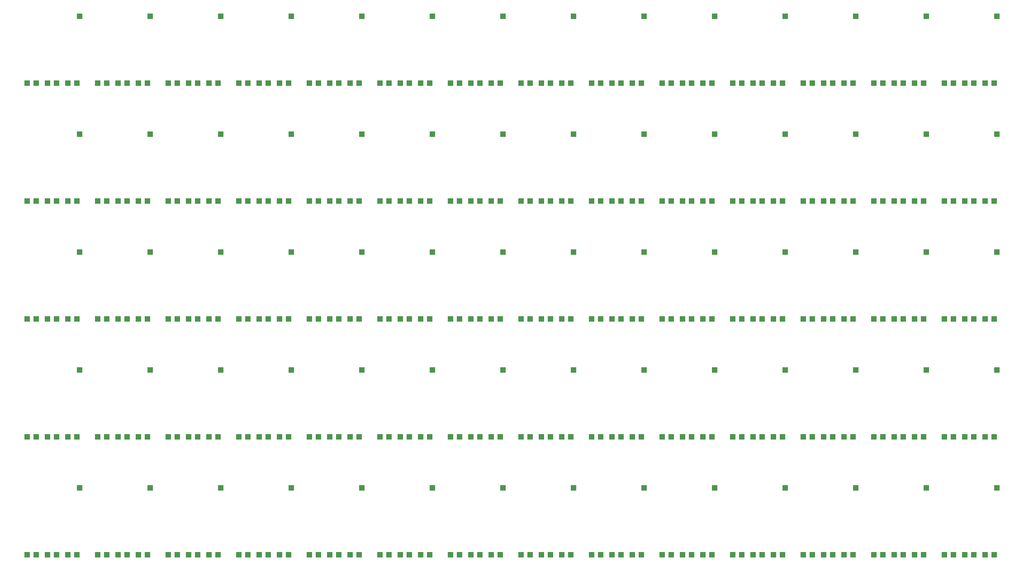
<source format=gtp>
G04 EAGLE Gerber RS-274X export*
G75*
%MOMM*%
%FSLAX34Y34*%
%LPD*%
%INSolderpaste Top*%
%IPPOS*%
%AMOC8*
5,1,8,0,0,1.08239X$1,22.5*%
G01*
%ADD10R,1.079500X1.079500*%
%ADD11R,1.100000X1.000000*%


D10*
X114618Y158433D03*
X246698Y158433D03*
X378778Y158433D03*
X510858Y158433D03*
X642938Y158433D03*
X775018Y158433D03*
X907098Y158433D03*
X1039178Y158433D03*
X1171258Y158433D03*
X1303338Y158433D03*
X1435418Y158433D03*
X1567498Y158433D03*
X1699578Y158433D03*
X1831658Y158433D03*
X114618Y379413D03*
X246698Y379413D03*
X378778Y379413D03*
X510858Y379413D03*
X642938Y379413D03*
X775018Y379413D03*
X907098Y379413D03*
X1039178Y379413D03*
X1171258Y379413D03*
X1303338Y379413D03*
X1435418Y379413D03*
X1567498Y379413D03*
X1699578Y379413D03*
X1831658Y379413D03*
X114618Y600393D03*
X246698Y600393D03*
X378778Y600393D03*
X510858Y600393D03*
X642938Y600393D03*
X775018Y600393D03*
X907098Y600393D03*
X1039178Y600393D03*
X1171258Y600393D03*
X1303338Y600393D03*
X1435418Y600393D03*
X1567498Y600393D03*
X1699578Y600393D03*
X1831658Y600393D03*
X114618Y821373D03*
X246698Y821373D03*
X378778Y821373D03*
X510858Y821373D03*
X642938Y821373D03*
X775018Y821373D03*
X907098Y821373D03*
X1039178Y821373D03*
X1171258Y821373D03*
X1303338Y821373D03*
X1435418Y821373D03*
X1567498Y821373D03*
X1699578Y821373D03*
X1831658Y821373D03*
X114618Y1042353D03*
X246698Y1042353D03*
X378778Y1042353D03*
X510858Y1042353D03*
X642938Y1042353D03*
X775018Y1042353D03*
X907098Y1042353D03*
X1039178Y1042353D03*
X1171258Y1042353D03*
X1303338Y1042353D03*
X1435418Y1042353D03*
X1567498Y1042353D03*
X1699578Y1042353D03*
X1831658Y1042353D03*
D11*
X16900Y33020D03*
X33900Y33020D03*
X110100Y33020D03*
X93100Y33020D03*
X72000Y33020D03*
X55000Y33020D03*
X148980Y33020D03*
X165980Y33020D03*
X242180Y33020D03*
X225180Y33020D03*
X204080Y33020D03*
X187080Y33020D03*
X281060Y33020D03*
X298060Y33020D03*
X374260Y33020D03*
X357260Y33020D03*
X336160Y33020D03*
X319160Y33020D03*
X413140Y33020D03*
X430140Y33020D03*
X506340Y33020D03*
X489340Y33020D03*
X468240Y33020D03*
X451240Y33020D03*
X545220Y33020D03*
X562220Y33020D03*
X638420Y33020D03*
X621420Y33020D03*
X600320Y33020D03*
X583320Y33020D03*
X677300Y33020D03*
X694300Y33020D03*
X770500Y33020D03*
X753500Y33020D03*
X732400Y33020D03*
X715400Y33020D03*
X809380Y33020D03*
X826380Y33020D03*
X902580Y33020D03*
X885580Y33020D03*
X864480Y33020D03*
X847480Y33020D03*
X941460Y33020D03*
X958460Y33020D03*
X1034660Y33020D03*
X1017660Y33020D03*
X996560Y33020D03*
X979560Y33020D03*
X1073540Y33020D03*
X1090540Y33020D03*
X1166740Y33020D03*
X1149740Y33020D03*
X1128640Y33020D03*
X1111640Y33020D03*
X1205620Y33020D03*
X1222620Y33020D03*
X1298820Y33020D03*
X1281820Y33020D03*
X1260720Y33020D03*
X1243720Y33020D03*
X1337700Y33020D03*
X1354700Y33020D03*
X1430900Y33020D03*
X1413900Y33020D03*
X1392800Y33020D03*
X1375800Y33020D03*
X1469780Y33020D03*
X1486780Y33020D03*
X1562980Y33020D03*
X1545980Y33020D03*
X1524880Y33020D03*
X1507880Y33020D03*
X1601860Y33020D03*
X1618860Y33020D03*
X1695060Y33020D03*
X1678060Y33020D03*
X1656960Y33020D03*
X1639960Y33020D03*
X1733940Y33020D03*
X1750940Y33020D03*
X1827140Y33020D03*
X1810140Y33020D03*
X1789040Y33020D03*
X1772040Y33020D03*
X16900Y254000D03*
X33900Y254000D03*
X110100Y254000D03*
X93100Y254000D03*
X72000Y254000D03*
X55000Y254000D03*
X148980Y254000D03*
X165980Y254000D03*
X242180Y254000D03*
X225180Y254000D03*
X204080Y254000D03*
X187080Y254000D03*
X281060Y254000D03*
X298060Y254000D03*
X374260Y254000D03*
X357260Y254000D03*
X336160Y254000D03*
X319160Y254000D03*
X413140Y254000D03*
X430140Y254000D03*
X506340Y254000D03*
X489340Y254000D03*
X468240Y254000D03*
X451240Y254000D03*
X545220Y254000D03*
X562220Y254000D03*
X638420Y254000D03*
X621420Y254000D03*
X600320Y254000D03*
X583320Y254000D03*
X677300Y254000D03*
X694300Y254000D03*
X770500Y254000D03*
X753500Y254000D03*
X732400Y254000D03*
X715400Y254000D03*
X809380Y254000D03*
X826380Y254000D03*
X902580Y254000D03*
X885580Y254000D03*
X864480Y254000D03*
X847480Y254000D03*
X941460Y254000D03*
X958460Y254000D03*
X1034660Y254000D03*
X1017660Y254000D03*
X996560Y254000D03*
X979560Y254000D03*
X1073540Y254000D03*
X1090540Y254000D03*
X1166740Y254000D03*
X1149740Y254000D03*
X1128640Y254000D03*
X1111640Y254000D03*
X1205620Y254000D03*
X1222620Y254000D03*
X1298820Y254000D03*
X1281820Y254000D03*
X1260720Y254000D03*
X1243720Y254000D03*
X1337700Y254000D03*
X1354700Y254000D03*
X1430900Y254000D03*
X1413900Y254000D03*
X1392800Y254000D03*
X1375800Y254000D03*
X1469780Y254000D03*
X1486780Y254000D03*
X1562980Y254000D03*
X1545980Y254000D03*
X1524880Y254000D03*
X1507880Y254000D03*
X1601860Y254000D03*
X1618860Y254000D03*
X1695060Y254000D03*
X1678060Y254000D03*
X1656960Y254000D03*
X1639960Y254000D03*
X1733940Y254000D03*
X1750940Y254000D03*
X1827140Y254000D03*
X1810140Y254000D03*
X1789040Y254000D03*
X1772040Y254000D03*
X16900Y474980D03*
X33900Y474980D03*
X110100Y474980D03*
X93100Y474980D03*
X72000Y474980D03*
X55000Y474980D03*
X148980Y474980D03*
X165980Y474980D03*
X242180Y474980D03*
X225180Y474980D03*
X204080Y474980D03*
X187080Y474980D03*
X281060Y474980D03*
X298060Y474980D03*
X374260Y474980D03*
X357260Y474980D03*
X336160Y474980D03*
X319160Y474980D03*
X413140Y474980D03*
X430140Y474980D03*
X506340Y474980D03*
X489340Y474980D03*
X468240Y474980D03*
X451240Y474980D03*
X545220Y474980D03*
X562220Y474980D03*
X638420Y474980D03*
X621420Y474980D03*
X600320Y474980D03*
X583320Y474980D03*
X677300Y474980D03*
X694300Y474980D03*
X770500Y474980D03*
X753500Y474980D03*
X732400Y474980D03*
X715400Y474980D03*
X809380Y474980D03*
X826380Y474980D03*
X902580Y474980D03*
X885580Y474980D03*
X864480Y474980D03*
X847480Y474980D03*
X941460Y474980D03*
X958460Y474980D03*
X1034660Y474980D03*
X1017660Y474980D03*
X996560Y474980D03*
X979560Y474980D03*
X1073540Y474980D03*
X1090540Y474980D03*
X1166740Y474980D03*
X1149740Y474980D03*
X1128640Y474980D03*
X1111640Y474980D03*
X1205620Y474980D03*
X1222620Y474980D03*
X1298820Y474980D03*
X1281820Y474980D03*
X1260720Y474980D03*
X1243720Y474980D03*
X1337700Y474980D03*
X1354700Y474980D03*
X1430900Y474980D03*
X1413900Y474980D03*
X1392800Y474980D03*
X1375800Y474980D03*
X1469780Y474980D03*
X1486780Y474980D03*
X1562980Y474980D03*
X1545980Y474980D03*
X1524880Y474980D03*
X1507880Y474980D03*
X1601860Y474980D03*
X1618860Y474980D03*
X1695060Y474980D03*
X1678060Y474980D03*
X1656960Y474980D03*
X1639960Y474980D03*
X1733940Y474980D03*
X1750940Y474980D03*
X1827140Y474980D03*
X1810140Y474980D03*
X1789040Y474980D03*
X1772040Y474980D03*
X16900Y695960D03*
X33900Y695960D03*
X110100Y695960D03*
X93100Y695960D03*
X72000Y695960D03*
X55000Y695960D03*
X148980Y695960D03*
X165980Y695960D03*
X242180Y695960D03*
X225180Y695960D03*
X204080Y695960D03*
X187080Y695960D03*
X281060Y695960D03*
X298060Y695960D03*
X374260Y695960D03*
X357260Y695960D03*
X336160Y695960D03*
X319160Y695960D03*
X413140Y695960D03*
X430140Y695960D03*
X506340Y695960D03*
X489340Y695960D03*
X468240Y695960D03*
X451240Y695960D03*
X545220Y695960D03*
X562220Y695960D03*
X638420Y695960D03*
X621420Y695960D03*
X600320Y695960D03*
X583320Y695960D03*
X677300Y695960D03*
X694300Y695960D03*
X770500Y695960D03*
X753500Y695960D03*
X732400Y695960D03*
X715400Y695960D03*
X809380Y695960D03*
X826380Y695960D03*
X902580Y695960D03*
X885580Y695960D03*
X864480Y695960D03*
X847480Y695960D03*
X941460Y695960D03*
X958460Y695960D03*
X1034660Y695960D03*
X1017660Y695960D03*
X996560Y695960D03*
X979560Y695960D03*
X1073540Y695960D03*
X1090540Y695960D03*
X1166740Y695960D03*
X1149740Y695960D03*
X1128640Y695960D03*
X1111640Y695960D03*
X1205620Y695960D03*
X1222620Y695960D03*
X1298820Y695960D03*
X1281820Y695960D03*
X1260720Y695960D03*
X1243720Y695960D03*
X1337700Y695960D03*
X1354700Y695960D03*
X1430900Y695960D03*
X1413900Y695960D03*
X1392800Y695960D03*
X1375800Y695960D03*
X1469780Y695960D03*
X1486780Y695960D03*
X1562980Y695960D03*
X1545980Y695960D03*
X1524880Y695960D03*
X1507880Y695960D03*
X1601860Y695960D03*
X1618860Y695960D03*
X1695060Y695960D03*
X1678060Y695960D03*
X1656960Y695960D03*
X1639960Y695960D03*
X1733940Y695960D03*
X1750940Y695960D03*
X1827140Y695960D03*
X1810140Y695960D03*
X1789040Y695960D03*
X1772040Y695960D03*
X16900Y916940D03*
X33900Y916940D03*
X110100Y916940D03*
X93100Y916940D03*
X72000Y916940D03*
X55000Y916940D03*
X148980Y916940D03*
X165980Y916940D03*
X242180Y916940D03*
X225180Y916940D03*
X204080Y916940D03*
X187080Y916940D03*
X281060Y916940D03*
X298060Y916940D03*
X374260Y916940D03*
X357260Y916940D03*
X336160Y916940D03*
X319160Y916940D03*
X413140Y916940D03*
X430140Y916940D03*
X506340Y916940D03*
X489340Y916940D03*
X468240Y916940D03*
X451240Y916940D03*
X545220Y916940D03*
X562220Y916940D03*
X638420Y916940D03*
X621420Y916940D03*
X600320Y916940D03*
X583320Y916940D03*
X677300Y916940D03*
X694300Y916940D03*
X770500Y916940D03*
X753500Y916940D03*
X732400Y916940D03*
X715400Y916940D03*
X809380Y916940D03*
X826380Y916940D03*
X902580Y916940D03*
X885580Y916940D03*
X864480Y916940D03*
X847480Y916940D03*
X941460Y916940D03*
X958460Y916940D03*
X1034660Y916940D03*
X1017660Y916940D03*
X996560Y916940D03*
X979560Y916940D03*
X1073540Y916940D03*
X1090540Y916940D03*
X1166740Y916940D03*
X1149740Y916940D03*
X1128640Y916940D03*
X1111640Y916940D03*
X1205620Y916940D03*
X1222620Y916940D03*
X1298820Y916940D03*
X1281820Y916940D03*
X1260720Y916940D03*
X1243720Y916940D03*
X1337700Y916940D03*
X1354700Y916940D03*
X1430900Y916940D03*
X1413900Y916940D03*
X1392800Y916940D03*
X1375800Y916940D03*
X1469780Y916940D03*
X1486780Y916940D03*
X1562980Y916940D03*
X1545980Y916940D03*
X1524880Y916940D03*
X1507880Y916940D03*
X1601860Y916940D03*
X1618860Y916940D03*
X1695060Y916940D03*
X1678060Y916940D03*
X1656960Y916940D03*
X1639960Y916940D03*
X1733940Y916940D03*
X1750940Y916940D03*
X1827140Y916940D03*
X1810140Y916940D03*
X1789040Y916940D03*
X1772040Y916940D03*
M02*

</source>
